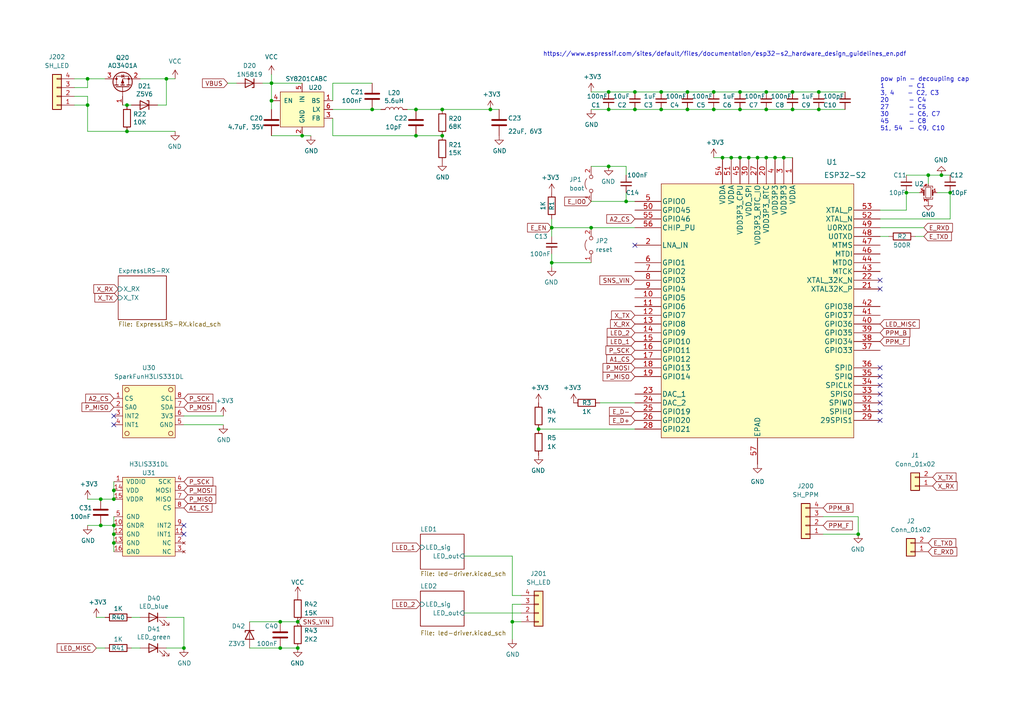
<source format=kicad_sch>
(kicad_sch (version 20211123) (generator eeschema)
  (paper "A4")
  (title_block (title "spin-tgd-control") (date "2022-05-12") (rev "V2.0.0") (company "Team Alfredo"))
  (junction (at 120.65 31.75))
  (junction (at 191.77 31.75))
  (junction (at 229.87 26.67))
  (junction (at 78.74 29.21))
  (junction (at 237.49 26.67))
  (junction (at 248.92 154.94))
  (junction (at 33.02 142.24))
  (junction (at 207.01 31.75))
  (junction (at 137.16 257.81))
  (junction (at 53.34 187.96))
  (junction (at 160.02 76.2))
  (junction (at 219.71 45.72))
  (junction (at 207.01 26.67))
  (junction (at 25.4 30.48))
  (junction (at 227.33 45.72))
  (junction (at 214.63 45.72))
  (junction (at 176.53 48.26))
  (junction (at 191.77 26.67))
  (junction (at 128.27 39.37))
  (junction (at 33.02 154.94))
  (junction (at 229.87 31.75))
  (junction (at 184.15 26.67))
  (junction (at 222.25 26.67))
  (junction (at 199.39 26.67))
  (junction (at 222.25 234.95))
  (junction (at 196.85 273.05))
  (junction (at 86.36 187.96))
  (junction (at 54.61 255.27))
  (junction (at 81.28 180.34))
  (junction (at 160.02 66.04))
  (junction (at 217.17 45.72))
  (junction (at 176.53 31.75))
  (junction (at 81.28 187.96))
  (junction (at 25.4 22.86))
  (junction (at 222.25 45.72))
  (junction (at 212.09 45.72))
  (junction (at 214.63 292.1))
  (junction (at 76.2 237.49))
  (junction (at 120.65 39.37))
  (junction (at 29.21 152.4))
  (junction (at 224.79 45.72))
  (junction (at 137.16 260.35))
  (junction (at 158.75 240.03))
  (junction (at 262.89 55.88))
  (junction (at 78.74 24.13))
  (junction (at 29.21 144.78))
  (junction (at 176.53 26.67))
  (junction (at 36.83 30.48))
  (junction (at 128.27 31.75))
  (junction (at 273.05 50.8))
  (junction (at 48.26 22.86))
  (junction (at 237.49 31.75))
  (junction (at 214.63 31.75))
  (junction (at 181.61 58.42))
  (junction (at 148.59 180.34))
  (junction (at 33.02 144.78))
  (junction (at 156.21 124.46))
  (junction (at 171.45 66.04))
  (junction (at 36.83 38.1))
  (junction (at 191.77 273.05))
  (junction (at 275.59 55.88))
  (junction (at 33.02 157.48))
  (junction (at 33.02 152.4))
  (junction (at 189.23 278.13))
  (junction (at 209.55 45.72))
  (junction (at 219.71 222.25))
  (junction (at 214.63 26.67))
  (junction (at 184.15 31.75))
  (junction (at 269.24 50.8))
  (junction (at 107.95 31.75))
  (junction (at 142.24 31.75))
  (junction (at 199.39 31.75))
  (junction (at 86.36 180.34))
  (junction (at 222.25 31.75))
  (junction (at 54.61 257.81))
  (junction (at 87.63 39.37))
  (no_connect (at 54.61 290.83))
  (no_connect (at 54.61 288.29))
  (no_connect (at 54.61 267.97))
  (no_connect (at 54.61 265.43))
  (no_connect (at 31.75 306.07))
  (no_connect (at 53.34 154.94))
  (no_connect (at 54.61 298.45))
  (no_connect (at 54.61 283.21))
  (no_connect (at 137.16 267.97))
  (no_connect (at 137.16 275.59))
  (no_connect (at 137.16 270.51))
  (no_connect (at 114.3 308.61))
  (no_connect (at 137.16 300.99))
  (no_connect (at 137.16 298.45))
  (no_connect (at 137.16 293.37))
  (no_connect (at 137.16 285.75))
  (no_connect (at 137.16 290.83))
  (no_connect (at 137.16 283.21))
  (no_connect (at 137.16 278.13))
  (no_connect (at 227.33 257.81))
  (no_connect (at 227.33 260.35))
  (no_connect (at 227.33 283.21))
  (no_connect (at 227.33 275.59))
  (no_connect (at 227.33 267.97))
  (no_connect (at 54.61 273.05))
  (no_connect (at 54.61 275.59))
  (no_connect (at 53.34 152.4))
  (no_connect (at 184.15 71.12))
  (no_connect (at 255.27 81.28))
  (no_connect (at 255.27 83.82))
  (no_connect (at 54.61 295.91))
  (no_connect (at 33.02 123.19))
  (no_connect (at 33.02 120.65))
  (no_connect (at 255.27 114.3))
  (no_connect (at 255.27 111.76))
  (no_connect (at 255.27 116.84))
  (no_connect (at 255.27 119.38))
  (no_connect (at 255.27 121.92))
  (no_connect (at 255.27 106.68))
  (no_connect (at 255.27 109.22))
  (no_connect (at 54.61 280.67))
  (wire (pts (xy 48.26 179.07) (xy 53.34 179.07)))
  (wire (pts (xy 48.26 22.86) (xy 50.8 22.86)))
  (wire (pts (xy 78.74 21.59) (xy 78.74 24.13)))
  (wire (pts (xy 160.02 76.2) (xy 160.02 73.66)))
  (wire (pts (xy 137.16 247.65) (xy 153.67 247.65)))
  (wire (pts (xy 25.4 30.48) (xy 25.4 38.1)))
  (wire (pts (xy 137.16 260.35) (xy 137.16 262.89)))
  (wire (pts (xy 128.27 31.75) (xy 142.24 31.75)))
  (wire (pts (xy 128.27 39.37) (xy 120.65 39.37)))
  (wire (pts (xy 243.84 227.33) (xy 222.25 227.33)))
  (wire (pts (xy 218.44 222.25) (xy 219.71 222.25)))
  (wire (pts (xy 248.92 149.86) (xy 248.92 154.94)))
  (wire (pts (xy 196.85 285.75) (xy 199.39 285.75)))
  (wire (pts (xy 222.25 45.72) (xy 224.79 45.72)))
  (wire (pts (xy 78.74 24.13) (xy 87.63 24.13)))
  (wire (pts (xy 199.39 26.67) (xy 207.01 26.67)))
  (wire (pts (xy 107.95 31.75) (xy 110.49 31.75)))
  (wire (pts (xy 153.67 240.03) (xy 158.75 240.03)))
  (wire (pts (xy 260.35 273.05) (xy 227.33 273.05)))
  (wire (pts (xy 275.59 63.5) (xy 255.27 63.5)))
  (wire (pts (xy 38.1 30.48) (xy 36.83 30.48)))
  (wire (pts (xy 269.24 53.34) (xy 269.24 50.8)))
  (wire (pts (xy 191.77 262.89) (xy 191.77 273.05)))
  (wire (pts (xy 148.59 180.34) (xy 151.13 180.34)))
  (wire (pts (xy 25.4 22.86) (xy 30.48 22.86)))
  (wire (pts (xy 68.58 24.13) (xy 66.04 24.13)))
  (wire (pts (xy 54.61 255.27) (xy 71.12 255.27)))
  (wire (pts (xy 275.59 55.88) (xy 271.78 55.88)))
  (wire (pts (xy 222.25 31.75) (xy 229.87 31.75)))
  (wire (pts (xy 212.09 292.1) (xy 214.63 292.1)))
  (wire (pts (xy 176.53 31.75) (xy 184.15 31.75)))
  (wire (pts (xy 81.28 245.11) (xy 81.28 247.65)))
  (wire (pts (xy 160.02 77.47) (xy 160.02 76.2)))
  (wire (pts (xy 76.2 237.49) (xy 81.28 237.49)))
  (wire (pts (xy 96.52 39.37) (xy 96.52 34.29)))
  (wire (pts (xy 275.59 50.8) (xy 273.05 50.8)))
  (wire (pts (xy 214.63 45.72) (xy 217.17 45.72)))
  (wire (pts (xy 160.02 66.04) (xy 171.45 66.04)))
  (wire (pts (xy 212.09 45.72) (xy 214.63 45.72)))
  (wire (pts (xy 219.71 222.25) (xy 223.52 222.25)))
  (wire (pts (xy 33.02 154.94) (xy 33.02 157.48)))
  (wire (pts (xy 30.48 179.07) (xy 27.94 179.07)))
  (wire (pts (xy 21.59 30.48) (xy 25.4 30.48)))
  (wire (pts (xy 45.72 30.48) (xy 48.26 30.48)))
  (wire (pts (xy 53.34 123.19) (xy 64.77 123.19)))
  (wire (pts (xy 71.12 237.49) (xy 76.2 237.49)))
  (wire (pts (xy 148.59 185.42) (xy 148.59 180.34)))
  (wire (pts (xy 148.59 172.72) (xy 148.59 161.29)))
  (wire (pts (xy 207.01 31.75) (xy 214.63 31.75)))
  (wire (pts (xy 33.02 142.24) (xy 33.02 139.7)))
  (wire (pts (xy 227.33 45.72) (xy 229.87 45.72)))
  (wire (pts (xy 260.35 285.75) (xy 227.33 285.75)))
  (wire (pts (xy 189.23 278.13) (xy 196.85 278.13)))
  (wire (pts (xy 184.15 26.67) (xy 191.77 26.67)))
  (wire (pts (xy 151.13 175.26) (xy 148.59 175.26)))
  (wire (pts (xy 207.01 45.72) (xy 209.55 45.72)))
  (wire (pts (xy 25.4 144.78) (xy 29.21 144.78)))
  (wire (pts (xy 33.02 144.78) (xy 33.02 142.24)))
  (wire (pts (xy 227.33 280.67) (xy 260.35 280.67)))
  (wire (pts (xy 48.26 22.86) (xy 40.64 22.86)))
  (wire (pts (xy 171.45 76.2) (xy 160.02 76.2)))
  (wire (pts (xy 262.89 55.88) (xy 262.89 60.96)))
  (wire (pts (xy 227.33 265.43) (xy 252.73 265.43)))
  (wire (pts (xy 231.14 234.95) (xy 236.22 234.95)))
  (wire (pts (xy 163.83 247.65) (xy 163.83 250.19)))
  (wire (pts (xy 158.75 240.03) (xy 163.83 240.03)))
  (wire (pts (xy 273.05 50.8) (xy 269.24 50.8)))
  (wire (pts (xy 78.74 31.75) (xy 78.74 29.21)))
  (wire (pts (xy 29.21 144.78) (xy 33.02 144.78)))
  (wire (pts (xy 81.28 187.96) (xy 86.36 187.96)))
  (wire (pts (xy 76.2 24.13) (xy 78.74 24.13)))
  (wire (pts (xy 54.61 245.11) (xy 71.12 245.11)))
  (wire (pts (xy 219.71 45.72) (xy 222.25 45.72)))
  (wire (pts (xy 171.45 48.26) (xy 176.53 48.26)))
  (wire (pts (xy 260.35 262.89) (xy 265.43 262.89)))
  (wire (pts (xy 81.28 180.34) (xy 86.36 180.34)))
  (wire (pts (xy 214.63 26.67) (xy 222.25 26.67)))
  (wire (pts (xy 231.14 222.25) (xy 236.22 222.25)))
  (wire (pts (xy 243.84 217.17) (xy 252.73 217.17)))
  (wire (pts (xy 72.39 187.96) (xy 81.28 187.96)))
  (wire (pts (xy 53.34 179.07) (xy 53.34 187.96)))
  (wire (pts (xy 217.17 45.72) (xy 219.71 45.72)))
  (wire (pts (xy 218.44 234.95) (xy 222.25 234.95)))
  (wire (pts (xy 134.62 177.8) (xy 151.13 177.8)))
  (wire (pts (xy 199.39 31.75) (xy 207.01 31.75)))
  (wire (pts (xy 33.02 157.48) (xy 33.02 160.02)))
  (wire (pts (xy 243.84 240.03) (xy 252.73 240.03)))
  (wire (pts (xy 96.52 31.75) (xy 107.95 31.75)))
  (wire (pts (xy 137.16 257.81) (xy 199.39 257.81)))
  (wire (pts (xy 186.69 278.13) (xy 189.23 278.13)))
  (wire (pts (xy 219.71 229.87) (xy 219.71 222.25)))
  (wire (pts (xy 21.59 25.4) (xy 25.4 25.4)))
  (wire (pts (xy 176.53 48.26) (xy 181.61 48.26)))
  (wire (pts (xy 222.25 234.95) (xy 223.52 234.95)))
  (wire (pts (xy 160.02 63.5) (xy 160.02 66.04)))
  (wire (pts (xy 265.43 265.43) (xy 260.35 265.43)))
  (wire (pts (xy 199.39 262.89) (xy 191.77 262.89)))
  (wire (pts (xy 191.77 31.75) (xy 199.39 31.75)))
  (wire (pts (xy 171.45 26.67) (xy 176.53 26.67)))
  (wire (pts (xy 54.61 257.81) (xy 54.61 260.35)))
  (wire (pts (xy 262.89 60.96) (xy 255.27 60.96)))
  (wire (pts (xy 173.99 116.84) (xy 184.15 116.84)))
  (wire (pts (xy 181.61 55.88) (xy 181.61 58.42)))
  (wire (pts (xy 160.02 68.58) (xy 160.02 66.04)))
  (wire (pts (xy 78.74 29.21) (xy 78.74 24.13)))
  (wire (pts (xy 25.4 27.94) (xy 25.4 30.48)))
  (wire (pts (xy 148.59 175.26) (xy 148.59 180.34)))
  (wire (pts (xy 48.26 187.96) (xy 53.34 187.96)))
  (wire (pts (xy 257.81 68.58) (xy 255.27 68.58)))
  (wire (pts (xy 21.59 27.94) (xy 25.4 27.94)))
  (wire (pts (xy 137.16 250.19) (xy 163.83 250.19)))
  (wire (pts (xy 21.59 22.86) (xy 25.4 22.86)))
  (wire (pts (xy 87.63 39.37) (xy 90.17 39.37)))
  (wire (pts (xy 243.84 229.87) (xy 219.71 229.87)))
  (wire (pts (xy 199.39 273.05) (xy 196.85 273.05)))
  (wire (pts (xy 266.7 55.88) (xy 262.89 55.88)))
  (wire (pts (xy 33.02 149.86) (xy 33.02 152.4)))
  (wire (pts (xy 229.87 31.75) (xy 237.49 31.75)))
  (wire (pts (xy 237.49 26.67) (xy 245.11 26.67)))
  (wire (pts (xy 54.61 252.73) (xy 54.61 255.27)))
  (wire (pts (xy 54.61 240.03) (xy 57.15 240.03)))
  (wire (pts (xy 72.39 180.34) (xy 81.28 180.34)))
  (wire (pts (xy 237.49 31.75) (xy 245.11 31.75)))
  (wire (pts (xy 181.61 48.26) (xy 181.61 50.8)))
  (wire (pts (xy 207.01 26.67) (xy 214.63 26.67)))
  (wire (pts (xy 54.61 247.65) (xy 81.28 247.65)))
  (wire (pts (xy 214.63 292.1) (xy 217.17 292.1)))
  (wire (pts (xy 36.83 38.1) (xy 50.8 38.1)))
  (wire (pts (xy 137.16 255.27) (xy 137.16 257.81)))
  (wire (pts (xy 118.11 31.75) (xy 120.65 31.75)))
  (wire (pts (xy 275.59 63.5) (xy 275.59 55.88)))
  (wire (pts (xy 267.97 68.58) (xy 265.43 68.58)))
  (wire (pts (xy 120.65 31.75) (xy 128.27 31.75)))
  (wire (pts (xy 222.25 227.33) (xy 222.25 234.95)))
  (wire (pts (xy 227.33 262.89) (xy 252.73 262.89)))
  (wire (pts (xy 227.33 278.13) (xy 260.35 278.13)))
  (wire (pts (xy 36.83 30.48) (xy 35.56 30.48)))
  (wire (pts (xy 156.21 124.46) (xy 184.15 124.46)))
  (wire (pts (xy 151.13 172.72) (xy 148.59 172.72)))
  (wire (pts (xy 171.45 66.04) (xy 184.15 66.04)))
  (wire (pts (xy 229.87 26.67) (xy 237.49 26.67)))
  (wire (pts (xy 40.64 179.07) (xy 38.1 179.07)))
  (wire (pts (xy 191.77 273.05) (xy 189.23 273.05)))
  (wire (pts (xy 142.24 31.75) (xy 144.78 31.75)))
  (wire (pts (xy 191.77 26.67) (xy 199.39 26.67)))
  (wire (pts (xy 29.21 152.4) (xy 33.02 152.4)))
  (wire (pts (xy 181.61 58.42) (xy 184.15 58.42)))
  (wire (pts (xy 137.16 260.35) (xy 199.39 260.35)))
  (wire (pts (xy 148.59 161.29) (xy 134.62 161.29)))
  (wire (pts (xy 54.61 257.81) (xy 71.12 257.81)))
  (wire (pts (xy 25.4 38.1) (xy 36.83 38.1)))
  (wire (pts (xy 171.45 31.75) (xy 176.53 31.75)))
  (wire (pts (xy 176.53 26.67) (xy 184.15 26.67)))
  (wire (pts (xy 33.02 152.4) (xy 33.02 154.94)))
  (wire (pts (xy 25.4 152.4) (xy 29.21 152.4)))
  (wire (pts (xy 214.63 31.75) (xy 222.25 31.75)))
  (wire (pts (xy 78.74 39.37) (xy 87.63 39.37)))
  (wire (pts (xy 53.34 120.65) (xy 64.77 120.65)))
  (wire (pts (xy 96.52 29.21) (xy 96.52 24.13)))
  (wire (pts (xy 96.52 24.13) (xy 107.95 24.13)))
  (wire (pts (xy 267.97 66.04) (xy 255.27 66.04)))
  (wire (pts (xy 209.55 45.72) (xy 212.09 45.72)))
  (wire (pts (xy 171.45 58.42) (xy 181.61 58.42)))
  (wire (pts (xy 224.79 45.72) (xy 227.33 45.72)))
  (wire (pts (xy 137.16 242.57) (xy 139.7 242.57)))
  (wire (pts (xy 30.48 187.96) (xy 27.94 187.96)))
  (wire (pts (xy 269.24 50.8) (xy 262.89 50.8)))
  (wire (pts (xy 120.65 39.37) (xy 96.52 39.37)))
  (wire (pts (xy 184.15 31.75) (xy 191.77 31.75)))
  (wire (pts (xy 48.26 22.86) (xy 48.26 30.48)))
  (wire (pts (xy 222.25 26.67) (xy 229.87 26.67)))
  (wire (pts (xy 40.64 187.96) (xy 38.1 187.96)))
  (wire (pts (xy 248.92 154.94) (xy 238.76 154.94)))
  (wire (pts (xy 238.76 149.86) (xy 248.92 149.86)))
  (wire (pts (xy 196.85 273.05) (xy 191.77 273.05)))
  (wire (pts (xy 25.4 25.4) (xy 25.4 22.86)))
  (text "https://www.espressif.com/sites/default/files/documentation/esp32-s2_hardware_design_guidelines_en.pdf\n" (at 157.48 16.51 0) (effects (font (size 1.27 1.27)) (justify left bottom)))
  (text "what mcu? (clk speed/upload ease/arduino/JLC)\n	STM32 (use STM32 with mircousb for prog/debug, use boot button to prog)\n	ESP32\n	Atmega328\n	RP2040\n	mega328U4\npicked ESP32" (at 176.53 -20.32 0) (effects (font (size 2.54 2.54)) (justify left bottom)))
  (text "TODO:\nBy H3LIS accelerometers\nOrder H3LIS accelerometers for global parts storage\n\nEventual:\nremove redundant parts\nESP8285 wifi antenna?\n\nDone:\nSR/SZ -> 1mm JST SH\nWhat programming interface/connector?\nhow to do LEDs?\nsupport 6s (26V)\n\"stiff\" 1K pull resistors mando for RF resilance\nsmaller XOs\nreverse polarity protection?\nroute board\nSelect all JLC components\n\n" (at 62.23 -15.24 0) (effects (font (size 2.54 2.54)) (justify left bottom)))
  (text "1-19 E - ESP32-S2\n20-29 3.3V regulator\n30-49 LEDs/sensing/Accelerometer\n50-59 USB\n60-89 X - ExpressLRS" (at -29.21 -15.24 0) (effects (font (size 2.54 2.54)) (justify left bottom)))
  (text "pow pin - decoupling cap\n1       - C1\n3, 4    - C2, C3\n20      - C4\n27      - C5\n30      - C6, C7\n45      - C8\n51, 54  - C9, C10" (at 255.27 38.1 0) (effects (font (size 1.27 1.27)) (justify left bottom)))
  (global_label "X_RX" (shape input) (at 270.51 140.97 0) (property "Intersheet References" "${INTERSHEET_REFS}" (effects hide)))
  (global_label "VBUS" (shape input) (at 139.7 242.57 0) (property "Intersheet References" "${INTERSHEET_REFS}" (effects hide)))
  (global_label "X_TX" (shape input) (at 184.15 91.44 180) (property "Intersheet References" "${INTERSHEET_REFS}" (effects hide)))
  (global_label "VBUS" (shape input) (at 66.04 24.13 180) (property "Intersheet References" "${INTERSHEET_REFS}" (effects hide)))
  (global_label "X_TX" (shape input) (at 270.51 138.43 0) (property "Intersheet References" "${INTERSHEET_REFS}" (effects hide)))
  (global_label "E_IO0" (shape input) (at 171.45 58.42 180) (property "Intersheet References" "${INTERSHEET_REFS}" (effects hide)))
  (global_label "CP_RTS" (shape input) (at 218.44 234.95 180) (property "Intersheet References" "${INTERSHEET_REFS}" (effects hide)))
  (global_label "A2_CS" (shape input) (at 184.15 63.5 180) (property "Intersheet References" "${INTERSHEET_REFS}" (effects hide)))
  (global_label "A1_CS" (shape input) (at 184.15 104.14 180) (property "Intersheet References" "${INTERSHEET_REFS}" (effects hide)))
  (global_label "PPM_B" (shape input) (at 238.76 147.32 0) (property "Intersheet References" "${INTERSHEET_REFS}" (effects hide)))
  (global_label "E_TXD" (shape input) (at 267.97 68.58 0) (property "Intersheet References" "${INTERSHEET_REFS}" (effects hide)))
  (global_label "LED_MISC" (shape input) (at 255.27 93.98 0) (property "Intersheet References" "${INTERSHEET_REFS}" (effects hide)))
  (global_label "CP_DTR" (shape input) (at 218.44 222.25 180) (property "Intersheet References" "${INTERSHEET_REFS}" (effects hide)))
  (global_label "E_IO0" (shape input) (at 252.73 240.03 0) (property "Intersheet References" "${INTERSHEET_REFS}" (effects hide)))
  (global_label "P_SCK" (shape input) (at 53.34 139.7 0) (property "Intersheet References" "${INTERSHEET_REFS}" (effects hide)))
  (global_label "P_MOSI" (shape input) (at 184.15 106.68 180) (property "Intersheet References" "${INTERSHEET_REFS}" (effects hide)))
  (global_label "LED_2" (shape input) (at 184.15 96.52 180) (property "Intersheet References" "${INTERSHEET_REFS}" (effects hide)))
  (global_label "VBUS" (shape input) (at 191.77 266.7 180) (property "Intersheet References" "${INTERSHEET_REFS}" (effects hide)))
  (global_label "PPM_B" (shape input) (at 255.27 96.52 0) (property "Intersheet References" "${INTERSHEET_REFS}" (effects hide)))
  (global_label "E_D-" (shape input) (at 184.15 119.38 180) (property "Intersheet References" "${INTERSHEET_REFS}" (effects hide)))
  (global_label "CP_DTR" (shape input) (at 260.35 285.75 0) (property "Intersheet References" "${INTERSHEET_REFS}" (effects hide)))
  (global_label "LED_MISC" (shape input) (at 27.94 187.96 180) (property "Intersheet References" "${INTERSHEET_REFS}" (effects hide)))
  (global_label "LED_2" (shape input) (at 121.92 175.26 180) (property "Intersheet References" "${INTERSHEET_REFS}" (effects hide)))
  (global_label "P_SCK" (shape input) (at 53.34 115.57 0) (property "Intersheet References" "${INTERSHEET_REFS}" (effects hide)))
  (global_label "VBUS" (shape input) (at 57.15 240.03 0) (property "Intersheet References" "${INTERSHEET_REFS}" (effects hide)))
  (global_label "X_TX" (shape input) (at 34.29 86.36 180) (property "Intersheet References" "${INTERSHEET_REFS}" (effects hide)))
  (global_label "SNS_VIN" (shape input) (at 184.15 81.28 180) (property "Intersheet References" "${INTERSHEET_REFS}" (effects hide)))
  (global_label "P_MOSI" (shape input) (at 53.34 118.11 0) (property "Intersheet References" "${INTERSHEET_REFS}" (effects hide)))
  (global_label "E_D+" (shape input) (at 71.12 257.81 0) (property "Intersheet References" "${INTERSHEET_REFS}" (effects hide)))
  (global_label "E_RXD" (shape input) (at 269.24 160.02 0) (property "Intersheet References" "${INTERSHEET_REFS}" (effects hide)))
  (global_label "A1_CS" (shape input) (at 53.34 147.32 0) (property "Intersheet References" "${INTERSHEET_REFS}" (effects hide)))
  (global_label "X_RX" (shape input) (at 34.29 83.82 180) (property "Intersheet References" "${INTERSHEET_REFS}" (effects hide)))
  (global_label "P_MISO" (shape input) (at 184.15 109.22 180) (property "Intersheet References" "${INTERSHEET_REFS}" (effects hide)))
  (global_label "LED_1" (shape input) (at 121.92 158.75 180) (property "Intersheet References" "${INTERSHEET_REFS}" (effects hide)))
  (global_label "E_D+" (shape input) (at 184.15 121.92 180) (property "Intersheet References" "${INTERSHEET_REFS}" (effects hide)))
  (global_label "E_D-" (shape input) (at 71.12 255.27 0) (property "Intersheet References" "${INTERSHEET_REFS}" (effects hide)))
  (global_label "E_TXD" (shape input) (at 260.35 280.67 0) (property "Intersheet References" "${INTERSHEET_REFS}" (effects hide)))
  (global_label "PPM_F" (shape input) (at 238.76 152.4 0) (property "Intersheet References" "${INTERSHEET_REFS}" (effects hide)))
  (global_label "P_MOSI" (shape input) (at 53.34 142.24 0) (property "Intersheet References" "${INTERSHEET_REFS}" (effects hide)))
  (global_label "E_RXD" (shape input) (at 260.35 278.13 0) (property "Intersheet References" "${INTERSHEET_REFS}" (effects hide)))
  (global_label "P_MISO" (shape input) (at 53.34 144.78 0) (property "Intersheet References" "${INTERSHEET_REFS}" (effects hide)))
  (global_label "P_MISO" (shape input) (at 33.02 118.11 180) (property "Intersheet References" "${INTERSHEET_REFS}" (effects hide)))
  (global_label "E_EN" (shape input) (at 160.02 66.04 180) (property "Intersheet References" "${INTERSHEET_REFS}" (effects hide)))
  (global_label "E_TXD" (shape input) (at 269.24 157.48 0) (property "Intersheet References" "${INTERSHEET_REFS}" (effects hide)))
  (global_label "PPM_F" (shape input) (at 255.27 99.06 0) (property "Intersheet References" "${INTERSHEET_REFS}" (effects hide)))
  (global_label "X_RX" (shape input) (at 184.15 93.98 180) (property "Intersheet References" "${INTERSHEET_REFS}" (effects hide)))
  (global_label "P_SCK" (shape input) (at 184.15 101.6 180) (property "Intersheet References" "${INTERSHEET_REFS}" (effects hide)))
  (global_label "A2_CS" (shape input) (at 33.02 115.57 180) (property "Intersheet References" "${INTERSHEET_REFS}" (effects hide)))
  (global_label "SNS_VIN" (shape input) (at 86.36 180.34 0) (property "Intersheet References" "${INTERSHEET_REFS}" (effects hide)))
  (global_label "CP_RTS" (shape input) (at 260.35 273.05 0) (property "Intersheet References" "${INTERSHEET_REFS}" (effects hide)))
  (global_label "E_EN" (shape input) (at 252.73 217.17 0) (property "Intersheet References" "${INTERSHEET_REFS}" (effects hide)))
  (global_label "E_RXD" (shape input) (at 267.97 66.04 0) (property "Intersheet References" "${INTERSHEET_REFS}" (effects hide)))
  (global_label "LED_1" (shape input) (at 184.15 99.06 180) (property "Intersheet References" "${INTERSHEET_REFS}" (effects hide)))
  (symbol (lib_id "power:+3V3") (at 64.77 120.65 0) (unit 1)
    (property "Reference" "#PWR0106" (effects hide))
    (property "Value" "+3V3" (at 65.151 116.2558 0))
  )
  (symbol (lib_id "power:GND") (at 64.77 123.19 0) (unit 1)
    (property "Reference" "#PWR0107" (effects hide))
    (property "Value" "GND" (at 64.897 127.5842 0))
  )
  (symbol (lib_id "TGD:SY8253ADC") (at 87.63 31.75 0) (unit 1)
    (property "Reference" "U20" (at 91.44 25.4 0))
    (property "Value" "SY8201CABC" (at 88.9 22.86 0))
    (property "Footprint" "Package_TO_SOT_SMD:TSOT-23-6" (effects hide))
    (property "Datasheet" "https://lcsc.com/product-detail/DC-DC-Converters_Silergy-Corp-Silergy-Corp-SY8201CABC_C2763455.html" (effects hide))
    (property "LCSC" "C2763455" (effects hide))
  )
  (symbol (lib_id "Device:C") (at 78.74 35.56 0) (mirror y) (unit 1)
    (property "Reference" "C20" (at 72.39 34.29 0) (effects (justify right)))
    (property "Value" "4.7uF, 35V" (at 66.04 36.83 0) (effects (justify right)))
    (property "Footprint" "Capacitor_SMD:C_0603_1608Metric" (effects hide))
    (property "Datasheet" "https://lcsc.com/product-detail/Multilayer-Ceramic-Capacitors-MLCC---SMD-SMT_Murata-Electronics-Murata-Electronics-GRM188R6YA475KE15D_C162274.html" (effects hide))
    (property "LCSC" "C162274" (effects hide))
  )
  (symbol (lib_id "power:GND") (at 90.17 39.37 0) (unit 1)
    (property "Reference" "#PWR0108" (effects hide))
    (property "Value" "GND" (at 90.297 43.7642 0))
  )
  (symbol (lib_id "Device:L") (at 114.3 31.75 90) (unit 1)
    (property "Reference" "L20" (at 114.3 26.924 90))
    (property "Value" "5.6uH" (at 114.3 29.2354 90))
    (property "Footprint" "AlfredoFootprints:LVF252A12" (effects hide))
    (property "Datasheet" "https://lcsc.com/product-detail/Power-Inductors_Chilisin-Elec-Chilisin-Elec-LVF252A12-5R6M-N_C280501.html" (effects hide))
    (property "LCSC" "C280501" (effects hide))
  )
  (symbol (lib_id "Device:C") (at 107.95 27.94 0) (mirror y) (unit 1)
    (property "Reference" "C21" (at 101.6 26.67 0) (effects (justify right)))
    (property "Value" "100nF" (at 99.06 29.21 0) (effects (justify right)))
    (property "Footprint" "Capacitor_SMD:C_0402_1005Metric" (effects hide))
    (property "Datasheet" "https://lcsc.com/product-detail/Multilayer-Ceramic-Capacitors-MLCC---SMD-SMT_Samsung-Electro-Mechanics-Samsung-Electro-Mechanics-CL05B104KB54PNC_C307331.html" (effects hide))
    (property "LCSC" "C307331" (effects hide))
  )
  (symbol (lib_id "Device:C") (at 120.65 35.56 0) (mirror y) (unit 1)
    (property "Reference" "C22" (at 114.3 34.29 0) (effects (justify right)))
    (property "Value" "10pF" (at 111.76 36.83 0) (effects (justify right)))
    (property "Footprint" "Capacitor_SMD:C_0402_1005Metric" (effects hide))
    (property "Datasheet" "https://lcsc.com/product-detail/Multilayer-Ceramic-Capacitors-MLCC---SMD-SMT_Samsung-Electro-Mechanics-Samsung-Electro-Mechanics-CL05C100JB5NNNC_C32949.html" (effects hide))
    (property "LCSC" "C32949" (effects hide))
  )
  (symbol (lib_id "Device:R") (at 128.27 35.56 0) (unit 1)
    (property "Reference" "R20" (at 130.048 34.3916 0) (effects (justify left)))
    (property "Value" "68K" (at 130.048 36.703 0) (effects (justify left)))
    (property "Footprint" "Resistor_SMD:R_0402_1005Metric" (effects hide))
    (property "Datasheet" "https://lcsc.com/product-detail/Chip-Resistor---Surface-Mount_UNI-ROYALUniroyal-Elec-UNI-ROYALUniroyal-Elec-0402WGF6802TCE_C36871.html" (effects hide))
    (property "LCSC" "C36871" (effects hide))
  )
  (symbol (lib_id "power:GND") (at 128.27 46.99 0) (unit 1)
    (property "Reference" "#PWR0109" (effects hide))
    (property "Value" "GND" (at 128.397 51.3842 0))
  )
  (symbol (lib_id "Device:C") (at 144.78 35.56 0) (mirror y) (unit 1)
    (property "Reference" "C23" (at 147.32 34.29 0) (effects (justify right)))
    (property "Value" "22uF, 6V3" (at 147.32 38.1 0) (effects (justify right)))
    (property "Footprint" "Capacitor_SMD:C_0402_1005Metric" (effects hide))
    (property "Datasheet" "https://lcsc.com/product-detail/Multilayer-Ceramic-Capacitors-MLCC---SMD-SMT_Kyocera-AVX-Kyocera-AVX-CM05X5R226M06AH080_C919306.html" (effects hide))
    (property "LCSC" "C919306" (effects hide))
  )
  (symbol (lib_id "power:GND") (at 144.78 39.37 0) (unit 1)
    (property "Reference" "#PWR0110" (effects hide))
    (property "Value" "GND" (at 144.907 43.7642 0))
  )
  (symbol (lib_id "power:+3V3") (at 142.24 31.75 0) (unit 1)
    (property "Reference" "#PWR0111" (effects hide))
    (property "Value" "+3V3" (at 142.621 27.3558 0))
  )
  (symbol (lib_id "TGD:H3LIS331DL") (at 43.18 149.86 0) (unit 1)
    (property "Reference" "U31" (at 43.18 137.16 0))
    (property "Value" "H3LIS331DL" (at 43.18 134.62 0))
    (property "Footprint" "AlfredoFootprints:TGD-TFLGA-16_3x3mm" (effects hide))
  )
  (symbol (lib_id "Device:C_Small") (at 189.23 275.59 0) (mirror x) (unit 1)
    (property "Reference" "C51" (at 184.15 276.86 0) (effects (justify left)))
    (property "Value" "100nF" (at 182.88 274.32 0) (effects (justify left)))
    (property "Footprint" "Capacitor_SMD:C_0402_1005Metric" (effects hide))
    (property "Datasheet" "https://lcsc.com/product-detail/Multilayer-Ceramic-Capacitors-MLCC---SMD-SMT_Samsung-Electro-Mechanics-Samsung-Electro-Mechanics-CL05B104KB54PNC_C307331.html" (effects hide))
    (property "LCSC" "C307331" (effects hide))
  )
  (symbol (lib_id "Device:C") (at 29.21 148.59 0) (mirror y) (unit 1)
    (property "Reference" "C31" (at 22.86 147.32 0) (effects (justify right)))
    (property "Value" "100nF" (at 20.32 149.86 0) (effects (justify right)))
    (property "Footprint" "Capacitor_SMD:C_0402_1005Metric" (effects hide))
    (property "Datasheet" "https://lcsc.com/product-detail/Multilayer-Ceramic-Capacitors-MLCC---SMD-SMT_Samsung-Electro-Mechanics-Samsung-Electro-Mechanics-CL05B104KB54PNC_C307331.html" (effects hide))
    (property "LCSC" "C307331" (effects hide))
  )
  (symbol (lib_id "power:GND") (at 148.59 185.42 0) (unit 1)
    (property "Reference" "#PWR0105" (effects hide))
    (property "Value" "GND" (at 148.717 189.8142 0))
  )
  (symbol (lib_id "Device:Q_NPN_BEC") (at 241.3 234.95 0) (mirror x) (unit 1)
    (property "Reference" "Q51" (at 246.38 233.6799 0) (effects (justify left)))
    (property "Value" "SS8050" (at 246.38 236.2199 0) (effects (justify left)))
    (property "Footprint" "Package_TO_SOT_SMD:SOT-23" (effects hide))
    (property "Datasheet" "https://lcsc.com/product-detail/Bipolar-Transistors-BJT_Jiangsu-Changjing-Electronics-Technology-Co-Ltd-SS8050_C2150.html" (effects hide))
    (property "LCSC" "C2150" (effects hide))
  )
  (symbol (lib_id "Device:R") (at 81.28 241.3 0) (unit 1)
    (property "Reference" "R57" (at 85.09 240.03 0))
    (property "Value" "5.1K" (at 85.09 242.57 0))
    (property "Footprint" "Resistor_SMD:R_0402_1005Metric" (effects hide))
    (property "Datasheet" "https://lcsc.com/product-detail/Chip-Resistor---Surface-Mount_UNI-ROYALUniroyal-Elec-UNI-ROYALUniroyal-Elec-0402WGF5101TCE_C25905.html" (effects hide))
    (property "LCSC" "C25905" (effects hide))
  )
  (symbol (lib_id "power:GND") (at 248.92 154.94 0) (mirror y) (unit 1)
    (property "Reference" "#PWR0150" (effects hide))
    (property "Value" "GND" (at 248.793 159.3342 0))
  )
  (symbol (lib_id "power:GND") (at 171.45 31.75 0) (unit 1)
    (property "Reference" "#PWR0144" (effects hide))
    (property "Value" "GND" (at 171.577 36.1442 0))
  )
  (symbol (lib_id "Device:R") (at 160.02 59.69 180) (unit 1)
    (property "Reference" "R1" (at 160.02 59.69 90))
    (property "Value" "1K" (at 157.48 59.69 90))
    (property "Footprint" "Resistor_SMD:R_0402_1005Metric" (effects hide))
    (property "Datasheet" "https://lcsc.com/product-detail/Chip-Resistor---Surface-Mount_UNI-ROYALUniroyal-Elec-UNI-ROYALUniroyal-Elec-0402WGF1001TCE_C11702.html" (effects hide))
    (property "LCSC" "C11702" (effects hide))
  )
  (symbol (lib_id "Device:C_Small") (at 160.02 71.12 0) (unit 1)
    (property "Reference" "C13" (at 154.94 68.58 0) (effects (justify left)))
    (property "Value" "100nF" (at 153.67 73.66 0) (effects (justify left)))
    (property "Footprint" "Capacitor_SMD:C_0402_1005Metric" (effects hide))
    (property "Datasheet" "https://lcsc.com/product-detail/Multilayer-Ceramic-Capacitors-MLCC---SMD-SMT_Samsung-Electro-Mechanics-Samsung-Electro-Mechanics-CL05B104KB54PNC_C307331.html" (effects hide))
    (property "LCSC" "C307331" (effects hide))
  )
  (symbol (lib_id "Device:R") (at 163.83 243.84 0) (unit 1)
    (property "Reference" "R55" (at 167.64 242.57 0))
    (property "Value" "5.1K" (at 167.64 245.11 0))
    (property "Footprint" "Resistor_SMD:R_0402_1005Metric" (effects hide))
    (property "Datasheet" "https://lcsc.com/product-detail/Chip-Resistor---Surface-Mount_UNI-ROYALUniroyal-Elec-UNI-ROYALUniroyal-Elec-0402WGF5101TCE_C25905.html" (effects hide))
    (property "LCSC" "C25905" (effects hide))
  )
  (symbol (lib_id "Transistor_FET:AO3401A") (at 35.56 25.4 90) (unit 1)
    (property "Reference" "Q20" (at 35.56 16.7132 90))
    (property "Value" "AO3401A" (at 35.56 19.0246 90))
    (property "Footprint" "Package_TO_SOT_SMD:SOT-23" (effects hide))
    (property "Datasheet" "https://lcsc.com/product-detail/MOSFET_Alpha-Omega-Semicon-AO3401A_C15127.html" (effects hide))
    (property "LCSC" "C15127" (effects hide))
  )
  (symbol (lib_id "Device:C_Small") (at 229.87 29.21 0) (mirror x) (unit 1)
    (property "Reference" "C8" (at 224.79 30.48 0) (effects (justify left)))
    (property "Value" "100nF" (at 223.52 27.94 0) (effects (justify left)))
    (property "Footprint" "Capacitor_SMD:C_0402_1005Metric" (effects hide))
    (property "Datasheet" "https://lcsc.com/product-detail/Multilayer-Ceramic-Capacitors-MLCC---SMD-SMT_Samsung-Electro-Mechanics-Samsung-Electro-Mechanics-CL05B104KB54PNC_C307331.html" (effects hide))
    (property "LCSC" "C307331" (effects hide))
  )
  (symbol (lib_id "Device:C_Small") (at 184.15 29.21 0) (mirror x) (unit 1)
    (property "Reference" "C2" (at 179.07 30.48 0) (effects (justify left)))
    (property "Value" "10uF" (at 177.8 27.94 0) (effects (justify left)))
    (property "Footprint" "Capacitor_SMD:C_0402_1005Metric" (effects hide))
    (property "Datasheet" "https://lcsc.com/product-detail/Multilayer-Ceramic-Capacitors-MLCC---SMD-SMT_Samsung-Electro-Mechanics-Samsung-Electro-Mechanics-CL05A106MQ5NUNC_C15525.html" (effects hide))
    (property "LCSC" "C15525" (effects hide))
  )
  (symbol (lib_id "Device:C_Small") (at 245.11 29.21 0) (mirror x) (unit 1)
    (property "Reference" "C10" (at 238.76 30.48 0) (effects (justify left)))
    (property "Value" "100pF" (at 238.76 27.94 0) (effects (justify left)))
    (property "Footprint" "Capacitor_SMD:C_0402_1005Metric" (effects hide))
    (property "Datasheet" "https://lcsc.com/product-detail/Multilayer-Ceramic-Capacitors-MLCC---SMD-SMT_FH-Guangdong-Fenghua-Advanced-Tech-FH-Guangdong-Fenghua-Advanced-Tech-0402CG101J500NT_C1546.html" (effects hide))
    (property "LCSC" "C1546" (effects hide))
  )
  (symbol (lib_id "Jumper:Jumper_2_Open") (at 171.45 71.12 90) (unit 1)
    (property "Reference" "JP2" (at 172.72 69.8499 90) (effects (justify right)))
    (property "Value" "reset" (at 172.72 72.3899 90) (effects (justify right)))
    (property "Footprint" "AlfredoFootprints:TGD_SolderJumper" (effects hide))
  )
  (symbol (lib_id "power:GND") (at 265.43 265.43 0) (unit 1)
    (property "Reference" "#PWR0143" (effects hide))
    (property "Value" "GND" (at 265.557 269.8242 0))
  )
  (symbol (lib_id "Connector_Generic:Conn_01x02") (at 265.43 140.97 180) (unit 1)
    (property "Reference" "J1" (at 265.43 132.08 0))
    (property "Value" "Conn_01x02" (at 265.43 134.62 0))
    (property "Footprint" "Connector_PinHeader_2.54mm:PinHeader_1x02_P2.54mm_Vertical" (effects hide))
  )
  (symbol (lib_id "power:GND") (at 219.71 134.62 0) (unit 1)
    (property "Reference" "#PWR0103" (effects hide))
    (property "Value" "GND" (at 219.71 139.7 0))
  )
  (symbol (lib_id "power:+3V3") (at 160.02 55.88 0) (mirror y) (unit 1)
    (property "Reference" "#PWR0159" (effects hide))
    (property "Value" "+3V3" (at 159.639 51.4858 0))
  )
  (symbol (lib_id "Device:R") (at 261.62 68.58 270) (unit 1)
    (property "Reference" "R2" (at 261.62 68.58 90))
    (property "Value" "500R" (at 261.62 71.12 90))
    (property "Footprint" "Resistor_SMD:R_0402_1005Metric" (effects hide))
    (property "Datasheet" "https://lcsc.com/product-detail/Chip-Resistor---Surface-Mount_UNI-ROYALUniroyal-Elec-UNI-ROYALUniroyal-Elec-0402WGF5100TCE_C25123.html" (effects hide))
    (property "LCSC" "C25123" (effects hide))
  )
  (symbol (lib_id "power:VCC") (at 78.74 21.59 0) (unit 1)
    (property "Reference" "#PWR0104" (effects hide))
    (property "Value" "VCC" (at 78.74 16.51 0))
  )
  (symbol (lib_id "power:GND") (at 121.92 308.61 0) (unit 1)
    (property "Reference" "#PWR0163" (effects hide))
    (property "Value" "GND" (at 122.047 313.0042 0))
  )
  (symbol (lib_id "Device:C_Small") (at 196.85 275.59 0) (mirror x) (unit 1)
    (property "Reference" "C52" (at 191.77 276.86 0) (effects (justify left)))
    (property "Value" "10uF" (at 190.5 274.32 0) (effects (justify left)))
    (property "Footprint" "Capacitor_SMD:C_0402_1005Metric" (effects hide))
    (property "Datasheet" "https://lcsc.com/product-detail/Multilayer-Ceramic-Capacitors-MLCC---SMD-SMT_Samsung-Electro-Mechanics-Samsung-Electro-Mechanics-CL05A106MQ5NUNC_C15525.html" (effects hide))
    (property "LCSC" "C15525" (effects hide))
  )
  (symbol (lib_id "Device:C") (at 81.28 184.15 0) (unit 1)
    (property "Reference" "C40" (at 78.74 181.61 0))
    (property "Value" "100nF" (at 77.47 186.69 0))
    (property "Footprint" "Capacitor_SMD:C_0402_1005Metric" (effects hide))
    (property "Datasheet" "https://lcsc.com/product-detail/Multilayer-Ceramic-Capacitors-MLCC---SMD-SMT_Samsung-Electro-Mechanics-Samsung-Electro-Mechanics-CL05B104KB54PNC_C307331.html" (effects hide))
    (property "LCSC" "C307331" (effects hide))
  )
  (symbol (lib_id "power:GND") (at 176.53 48.26 0) (mirror y) (unit 1)
    (property "Reference" "#PWR0160" (effects hide))
    (property "Value" "GND" (at 176.403 52.6542 0))
  )
  (symbol (lib_id "Device:C_Small") (at 176.53 29.21 0) (mirror x) (unit 1)
    (property "Reference" "C1" (at 171.45 30.48 0) (effects (justify left)))
    (property "Value" "100nF" (at 170.18 27.94 0) (effects (justify left)))
    (property "Footprint" "Capacitor_SMD:C_0402_1005Metric" (effects hide))
    (property "Datasheet" "https://lcsc.com/product-detail/Multilayer-Ceramic-Capacitors-MLCC---SMD-SMT_Samsung-Electro-Mechanics-Samsung-Electro-Mechanics-CL05B104KB54PNC_C307331.html" (effects hide))
    (property "LCSC" "C307331" (effects hide))
  )
  (symbol (lib_id "power:GND") (at 86.36 187.96 0) (mirror y) (unit 1)
    (property "Reference" "#PWR0158" (effects hide))
    (property "Value" "GND" (at 86.233 192.3542 0))
  )
  (symbol (lib_id "Device:D_Zener") (at 72.39 184.15 90) (mirror x) (unit 1)
    (property "Reference" "D42" (at 71.12 181.61 90) (effects (justify left)))
    (property "Value" "Z3V3" (at 71.12 186.69 90) (effects (justify left)))
    (property "Footprint" "Diode_SMD:D_SOD-323_HandSoldering" (effects hide))
    (property "Datasheet" "https://lcsc.com/product-detail/Zener-Diodes_onsemi-onsemi-MM3Z3V3T1G_C75073.html" (effects hide))
    (property "LCSC" "C75073" (effects hide))
  )
  (symbol (lib_id "Device:C_Small") (at 214.63 29.21 0) (mirror x) (unit 1)
    (property "Reference" "C6" (at 209.55 30.48 0) (effects (justify left)))
    (property "Value" "1uF" (at 209.55 27.94 0) (effects (justify left)))
    (property "Footprint" "Capacitor_SMD:C_0402_1005Metric" (effects hide))
    (property "Datasheet" "https://lcsc.com/product-detail/Multilayer-Ceramic-Capacitors-MLCC---SMD-SMT_Samsung-Electro-Mechanics-Samsung-Electro-Mechanics-CL05A105KA5NQNC_C52923.html" (effects hide))
    (property "LCSC" "C52923" (effects hide))
  )
  (symbol (lib_id "power:GND") (at 39.37 306.07 0) (unit 1)
    (property "Reference" "#PWR0164" (effects hide))
    (property "Value" "GND" (at 39.497 310.4642 0))
  )
  (symbol (lib_id "power:+3V3") (at 166.37 116.84 0) (mirror y) (unit 1)
    (property "Reference" "#PWR0161" (effects hide))
    (property "Value" "+3V3" (at 165.989 112.4458 0))
  )
  (symbol (lib_id "power:GND") (at 217.17 292.1 0) (unit 1)
    (property "Reference" "#PWR0151" (effects hide))
    (property "Value" "GND" (at 217.297 296.4942 0))
  )
  (symbol (lib_id "Device:R") (at 86.36 176.53 180) (unit 1)
    (property "Reference" "R42" (at 90.17 175.26 0))
    (property "Value" "15K" (at 90.17 177.8 0))
    (property "Footprint" "Resistor_SMD:R_0402_1005Metric" (effects hide))
    (property "Datasheet" "https://lcsc.com/product-detail/Chip-Resistor---Surface-Mount_UNI-ROYALUniroyal-Elec-UNI-ROYALUniroyal-Elec-0402WGF1502TCE_C25756.html" (effects hide))
    (property "LCSC" "C25756" (effects hide))
  )
  (symbol (lib_id "Device:R") (at 256.54 265.43 90) (unit 1)
    (property "Reference" "R53" (at 256.54 267.97 90))
    (property "Value" "1K" (at 256.54 265.43 90))
    (property "Footprint" "Resistor_SMD:R_0402_1005Metric" (effects hide))
    (property "Datasheet" "https://lcsc.com/product-detail/Chip-Resistor---Surface-Mount_UNI-ROYALUniroyal-Elec-UNI-ROYALUniroyal-Elec-0402WGF1001TCE_C11702.html" (effects hide))
    (property "LCSC" "C11702" (effects hide))
  )
  (symbol (lib_id "power:GND") (at 156.21 132.08 0) (mirror y) (unit 1)
    (property "Reference" "#PWR0117" (effects hide))
    (property "Value" "GND" (at 156.083 136.4742 0))
  )
  (symbol (lib_id "power:GND") (at 269.24 58.42 0) (mirror y) (unit 1)
    (property "Reference" "#PWR0140" (effects hide))
    (property "Value" "GND" (at 269.24 62.23 0))
  )
  (symbol (lib_id "Device:C_Small") (at 237.49 29.21 0) (mirror x) (unit 1)
    (property "Reference" "C9" (at 232.41 30.48 0) (effects (justify left)))
    (property "Value" "1uF" (at 232.41 27.94 0) (effects (justify left)))
    (property "Footprint" "Capacitor_SMD:C_0402_1005Metric" (effects hide))
    (property "Datasheet" "https://lcsc.com/product-detail/Multilayer-Ceramic-Capacitors-MLCC---SMD-SMT_Samsung-Electro-Mechanics-Samsung-Electro-Mechanics-CL05A105KA5NQNC_C52923.html" (effects hide))
    (property "LCSC" "C52923" (effects hide))
  )
  (symbol (lib_id "Device:R") (at 156.21 128.27 180) (unit 1)
    (property "Reference" "R5" (at 160.02 127 0))
    (property "Value" "1K" (at 160.02 129.54 0))
    (property "Footprint" "Resistor_SMD:R_0402_1005Metric" (effects hide))
    (property "Datasheet" "https://lcsc.com/product-detail/Chip-Resistor---Surface-Mount_UNI-ROYALUniroyal-Elec-UNI-ROYALUniroyal-Elec-0402WGF1001TCE_C11702.html" (effects hide))
    (property "LCSC" "C11702" (effects hide))
  )
  (symbol (lib_id "power:GND") (at 160.02 77.47 0) (mirror y) (unit 1)
    (property "Reference" "#PWR0162" (effects hide))
    (property "Value" "GND" (at 159.893 81.8642 0))
  )
  (symbol (lib_id "power:+3V3") (at 27.94 179.07 0) (unit 1)
    (property "Reference" "#PWR0154" (effects hide))
    (property "Value" "+3V3" (at 28.321 174.6758 0))
  )
  (symbol (lib_id "Device:R") (at 153.67 243.84 0) (mirror y) (unit 1)
    (property "Reference" "R54" (at 149.86 242.57 0))
    (property "Value" "5.1K" (at 149.86 245.11 0))
    (property "Footprint" "Resistor_SMD:R_0402_1005Metric" (effects hide))
    (property "Datasheet" "https://lcsc.com/product-detail/Chip-Resistor---Surface-Mount_UNI-ROYALUniroyal-Elec-UNI-ROYALUniroyal-Elec-0402WGF5101TCE_C25905.html" (effects hide))
    (property "LCSC" "C25905" (effects hide))
  )
  (symbol (lib_id "Device:LED") (at 44.45 179.07 0) (mirror y) (unit 1)
    (property "Reference" "D40" (at 44.6278 173.5582 0))
    (property "Value" "LED_blue" (at 44.6278 175.8696 0))
    (property "Footprint" "LED_SMD:LED_0603_1608Metric" (effects hide))
    (property "Datasheet" "https://lcsc.com/product-detail/Light-Emitting-Diodes-LED_Everlight-Elec-Everlight-Elec-19-217-BHC-ZL1M2RY-3T_C72041.html" (effects hide))
    (property "LCSC" "C72041" (effects hide))
  )
  (symbol (lib_id "power:+3V3") (at 25.4 144.78 0) (unit 1)
    (property "Reference" "#PWR0146" (effects hide))
    (property "Value" "+3V3" (at 25.781 140.3858 0))
  )
  (symbol (lib_id "Device:C_Small") (at 196.85 288.29 0) (mirror x) (unit 1)
    (property "Reference" "C50" (at 191.77 289.56 0) (effects (justify left)))
    (property "Value" "100nF" (at 190.5 287.02 0) (effects (justify left)))
    (property "Footprint" "Capacitor_SMD:C_0402_1005Metric" (effects hide))
    (property "Datasheet" "https://lcsc.com/product-detail/Multilayer-Ceramic-Capacitors-MLCC---SMD-SMT_Samsung-Electro-Mechanics-Samsung-Electro-Mechanics-CL05B104KB54PNC_C307331.html" (effects hide))
    (property "LCSC" "C307331" (effects hide))
  )
  (symbol (lib_id "Device:C_Small") (at 207.01 29.21 0) (mirror x) (unit 1)
    (property "Reference" "C5" (at 201.93 30.48 0) (effects (justify left)))
    (property "Value" "100nF" (at 200.66 27.94 0) (effects (justify left)))
    (property "Footprint" "Capacitor_SMD:C_0402_1005Metric" (effects hide))
    (property "Datasheet" "https://lcsc.com/product-detail/Multilayer-Ceramic-Capacitors-MLCC---SMD-SMT_Samsung-Electro-Mechanics-Samsung-Electro-Mechanics-CL05B104KB54PNC_C307331.html" (effects hide))
    (property "LCSC" "C307331" (effects hide))
  )
  (symbol (lib_id "Connector:USB_C_Receptacle") (at 39.37 265.43 0) (unit 1)
    (property "Reference" "U52" (at 39.37 232.41 0))
    (property "Value" "USB_C_Receptacle" (at 39.37 234.95 0))
    (property "Footprint" "AlfredoFootprints:USB_TYPE-C-31-M-12" (effects hide))
    (property "Datasheet" "https://lcsc.com/product-detail/USB-Connectors_Korean-Hroparts-Elec-TYPE-C-31-M-12_C165948.html" (effects hide))
    (property "LCSC" "C165948" (effects hide))
  )
  (symbol (lib_id "power:GND") (at 53.34 187.96 0) (unit 1)
    (property "Reference" "#PWR0126" (effects hide))
    (property "Value" "GND" (at 53.467 192.3542 0))
  )
  (symbol (lib_id "power:GND") (at 273.05 50.8 180) (unit 1)
    (property "Reference" "#PWR0141" (effects hide))
    (property "Value" "GND" (at 272.923 46.4058 0))
  )
  (symbol (lib_id "Device:R") (at 227.33 222.25 90) (unit 1)
    (property "Reference" "R50" (at 227.33 224.79 90))
    (property "Value" "1K" (at 227.33 222.25 90))
    (property "Footprint" "Resistor_SMD:R_0402_1005Metric" (effects hide))
    (property "Datasheet" "https://lcsc.com/product-detail/Chip-Resistor---Surface-Mount_UNI-ROYALUniroyal-Elec-UNI-ROYALUniroyal-Elec-0402WGF1001TCE_C11702.html" (effects hide))
    (property "LCSC" "C11702" (effects hide))
  )
  (symbol (lib_id "Diode:ZMMxx") (at 41.91 30.48 0) (mirror y) (unit 1)
    (property "Reference" "D21" (at 41.91 24.9682 0))
    (property "Value" "Z5V6" (at 41.91 27.2796 0))
    (property "Footprint" "Diode_SMD:D_SOD-323_HandSoldering" (effects hide))
    (property "Datasheet" "https://lcsc.com/product-detail/Zener-Diodes_Jiangsu-Changjing-Electronics-Technology-Co.%2C-Ltd.-Jiangsu-Changjing-Electronics-Technology-Co.%2C-Ltd.-BZT52C5V6S_C22612.html" (effects hide))
    (property "LCSC" "C22612" (effects hide))
  )
  (symbol (lib_id "Device:R") (at 34.29 179.07 90) (unit 1)
    (property "Reference" "R40" (at 34.29 179.07 90))
    (property "Value" "1K" (at 34.29 176.53 90))
    (property "Footprint" "Resistor_SMD:R_0402_1005Metric" (effects hide))
    (property "Datasheet" "https://lcsc.com/product-detail/Chip-Resistor---Surface-Mount_UNI-ROYALUniroyal-Elec-UNI-ROYALUniroyal-Elec-0402WGF1001TCE_C11702.html" (effects hide))
    (property "LCSC" "C11702" (effects hide))
  )
  (symbol (lib_id "power:GND") (at 25.4 152.4 0) (unit 1)
    (property "Reference" "#PWR0147" (effects hide))
    (property "Value" "GND" (at 25.527 156.7942 0))
  )
  (symbol (lib_id "Device:R") (at 128.27 43.18 0) (unit 1)
    (property "Reference" "R21" (at 130.048 42.0116 0) (effects (justify left)))
    (property "Value" "15K" (at 130.048 44.323 0) (effects (justify left)))
    (property "Footprint" "Resistor_SMD:R_0402_1005Metric" (effects hide))
    (property "Datasheet" "https://lcsc.com/product-detail/Chip-Resistor---Surface-Mount_UNI-ROYALUniroyal-Elec-UNI-ROYALUniroyal-Elec-0402WGF1502TCE_C25756.html" (effects hide))
    (property "LCSC" "C25756" (effects hide))
  )
  (symbol (lib_id "Connector:USB_C_Receptacle") (at 121.92 267.97 0) (unit 1)
    (property "Reference" "U51" (at 121.92 234.95 0))
    (property "Value" "USB_C_Receptacle" (at 121.92 237.49 0))
    (property "Footprint" "AlfredoFootprints:USB_TYPE-C-31-M-12" (effects hide))
    (property "Datasheet" "https://lcsc.com/product-detail/USB-Connectors_Korean-Hroparts-Elec-TYPE-C-31-M-12_C165948.html" (effects hide))
    (property "LCSC" "C165948" (effects hide))
  )
  (symbol (lib_id "Device:R") (at 36.83 34.29 0) (unit 1)
    (property "Reference" "R22" (at 38.608 33.1216 0) (effects (justify left)))
    (property "Value" "10K" (at 38.608 35.433 0) (effects (justify left)))
    (property "Footprint" "Resistor_SMD:R_0402_1005Metric" (effects hide))
    (property "Datasheet" "https://lcsc.com/product-detail/Chip-Resistor---Surface-Mount_UNI-ROYALUniroyal-Elec-UNI-ROYALUniroyal-Elec-0402WGF1002TCE_C25744.html" (effects hide))
    (property "LCSC" "C25744" (effects hide))
  )
  (symbol (lib_id "power:GND") (at 76.2 237.49 0) (unit 1)
    (property "Reference" "#PWR0156" (effects hide))
    (property "Value" "GND" (at 76.327 241.8842 0))
  )
  (symbol (lib_id "Device:C_Small") (at 199.39 29.21 0) (mirror x) (unit 1)
    (property "Reference" "C4" (at 194.31 30.48 0) (effects (justify left)))
    (property "Value" "100nF" (at 193.04 27.94 0) (effects (justify left)))
    (property "Footprint" "Capacitor_SMD:C_0402_1005Metric" (effects hide))
    (property "Datasheet" "https://lcsc.com/product-detail/Multilayer-Ceramic-Capacitors-MLCC---SMD-SMT_Samsung-Electro-Mechanics-Samsung-Electro-Mechanics-CL05B104KB54PNC_C307331.html" (effects hide))
    (property "LCSC" "C307331" (effects hide))
  )
  (symbol (lib_id "Device:LED") (at 44.45 187.96 0) (mirror y) (unit 1)
    (property "Reference" "D41" (at 44.6278 182.4482 0))
    (property "Value" "LED_green" (at 44.6278 184.7596 0))
    (property "Footprint" "LED_SMD:LED_0603_1608Metric" (effects hide))
    (property "Datasheet" "https://lcsc.com/product-detail/Light-Emitting-Diodes-LED_Everlight-Elec-Everlight-Elec-19-217-GHC-YR1S2-3T_C72043.html" (effects hide))
    (property "LCSC" "C72043" (effects hide))
  )
  (symbol (lib_id "power:+3V3") (at 265.43 262.89 0) (mirror y) (unit 1)
    (property "Reference" "#PWR0142" (effects hide))
    (property "Value" "+3V3" (at 265.049 258.4958 0))
  )
  (symbol (lib_id "AlfredoSymbols:SparkFunH3LIS331DL") (at 43.18 119.38 0) (unit 1)
    (property "Reference" "U30" (at 43.18 106.68 0))
    (property "Value" "SparkFunH3LIS331DL" (at 43.18 109.22 0))
    (property "Footprint" "AlfredoFootprints:SparkFunH3LIS331DL" (effects hide))
    (property "Datasheet" "https://www.sparkfun.com/products/14480" (effects hide))
  )
  (symbol (lib_id "Device:C_Small") (at 262.89 53.34 0) (mirror x) (unit 1)
    (property "Reference" "C11" (at 259.08 50.8 0) (effects (justify left)))
    (property "Value" "10pF" (at 257.81 55.88 0) (effects (justify left)))
    (property "Footprint" "Capacitor_SMD:C_0402_1005Metric" (effects hide))
    (property "Datasheet" "https://lcsc.com/product-detail/Multilayer-Ceramic-Capacitors-MLCC---SMD-SMT_Samsung-Electro-Mechanics-Samsung-Electro-Mechanics-CL05C100JB5NNNC_C32949.html" (effects hide))
    (property "LCSC" "C32949" (effects hide))
  )
  (symbol (lib_id "power:GND") (at 50.8 38.1 0) (mirror y) (unit 1)
    (property "Reference" "#PWR0153" (effects hide))
    (property "Value" "GND" (at 50.673 42.4942 0))
  )
  (symbol (lib_id "Device:R") (at 156.21 120.65 180) (unit 1)
    (property "Reference" "R4" (at 160.02 119.38 0))
    (property "Value" "7K" (at 160.02 121.92 0))
    (property "Footprint" "Resistor_SMD:R_0402_1005Metric" (effects hide))
    (property "Datasheet" "https://lcsc.com/product-detail/Chip-Resistor---Surface-Mount_UNI-ROYALUniroyal-Elec-UNI-ROYALUniroyal-Elec-0402WGF6801TCE_C25917.html" (effects hide))
    (property "LCSC" "C25917" (effects hide))
  )
  (symbol (lib_id "Device:R") (at 256.54 262.89 90) (unit 1)
    (property "Reference" "R52" (at 255.27 260.35 90))
    (property "Value" "1K" (at 256.54 262.89 90))
    (property "Footprint" "Resistor_SMD:R_0402_1005Metric" (effects hide))
    (property "Datasheet" "https://lcsc.com/product-detail/Chip-Resistor---Surface-Mount_UNI-ROYALUniroyal-Elec-UNI-ROYALUniroyal-Elec-0402WGF1001TCE_C11702.html" (effects hide))
    (property "LCSC" "C11702" (effects hide))
  )
  (symbol (lib_id "power:+3V3") (at 207.01 45.72 0) (unit 1)
    (property "Reference" "#PWR0145" (effects hide))
    (property "Value" "+3V3" (at 207.391 41.3258 0))
  )
  (symbol (lib_id "Device:D_Zener") (at 72.39 24.13 180) (unit 1)
    (property "Reference" "D20" (at 72.39 19.05 0))
    (property "Value" "1N5819" (at 72.39 21.59 0))
    (property "Footprint" "Diode_SMD:D_SOD-323_HandSoldering" (effects hide))
    (property "Datasheet" "https://lcsc.com/product-detail/Schottky-Barrier-Diodes-SBD_Guangdong-Hottech-Guangdong-Hottech-1N5819WS_C191023.html" (effects hide))
    (property "LCSC" "C191023" (effects hide))
  )
  (symbol (lib_id "Device:C_Small") (at 222.25 29.21 0) (mirror x) (unit 1)
    (property "Reference" "C7" (at 217.17 30.48 0) (effects (justify left)))
    (property "Value" "100nF" (at 215.9 27.94 0) (effects (justify left)))
    (property "Footprint" "Capacitor_SMD:C_0402_1005Metric" (effects hide))
    (property "Datasheet" "https://lcsc.com/product-detail/Multilayer-Ceramic-Capacitors-MLCC---SMD-SMT_Samsung-Electro-Mechanics-Samsung-Electro-Mechanics-CL05B104KB54PNC_C307331.html" (effects hide))
    (property "LCSC" "C307331" (effects hide))
  )
  (symbol (lib_id "Device:C_Small") (at 181.61 53.34 180) (unit 1)
    (property "Reference" "C14" (at 185.42 55.88 0) (effects (justify left)))
    (property "Value" "100nF" (at 187.96 50.8 0) (effects (justify left)))
    (property "Footprint" "Capacitor_SMD:C_0402_1005Metric" (effects hide))
    (property "Datasheet" "https://lcsc.com/product-detail/Multilayer-Ceramic-Capacitors-MLCC---SMD-SMT_Samsung-Electro-Mechanics-Samsung-Electro-Mechanics-CL05B104KB54PNC_C307331.html" (effects hide))
    (property "LCSC" "C307331" (effects hide))
  )
  (symbol (lib_id "power:VCC") (at 86.36 172.72 0) (unit 1)
    (property "Reference" "#PWR0157" (effects hide))
    (property "Value" "VCC" (at 86.36 168.91 0))
  )
  (symbol (lib_id "Device:Crystal_GND24_Small") (at 269.24 55.88 0) (mirror y) (unit 1)
    (property "Reference" "U2" (at 267.97 53.34 0) (effects (justify left)))
    (property "Value" "Crystal_ESP32" (effects hide))
    (property "Footprint" "Crystal:Crystal_SMD_2016-4Pin_2.0x1.6mm" (effects hide))
    (property "Datasheet" "https://lcsc.com/product-detail/Crystals_TST-TST-TZ1269D_C501798.html" (effects hide))
    (property "LCSC" "C501798" (effects hide))
  )
  (symbol (lib_id "Connector_Generic:Conn_01x04") (at 156.21 177.8 0) (mirror x) (unit 1)
    (property "Reference" "J201" (at 156.21 166.37 0))
    (property "Value" "SH_LED" (at 156.21 168.91 0))
    (property "Footprint" "Connector_JST:JST_SH_SM04B-SRSS-TB_1x04-1MP_P1.00mm_Horizontal" (effects hide))
    (property "Datasheet" "https://lcsc.com/product-detail/Wire-To-Board---Wire-To-Wire-Connector_JST-Sales-America-JST-Sales-America-SM04B-SRSS-TBLFSN_C160404.html" (effects hide))
    (property "LCSC" "C160404" (effects hide))
  )
  (symbol (lib_id "power:GND") (at 158.75 240.03 0) (unit 1)
    (property "Reference" "#PWR0148" (effects hide))
    (property "Value" "GND" (at 158.877 244.4242 0))
  )
  (symbol (lib_id "Device:R") (at 86.36 184.15 180) (unit 1)
    (property "Reference" "R43" (at 90.17 182.88 0))
    (property "Value" "2K2" (at 90.17 185.42 0))
    (property "Footprint" "Resistor_SMD:R_0402_1005Metric" (effects hide))
    (property "Datasheet" "https://lcsc.com/product-detail/Chip-Resistor-Surface-Mount_UNI-ROYAL-Uniroyal-Elec-0402WGF2201TCE_C25879.html" (effects hide))
    (property "LCSC" "C25879" (effects hide))
  )
  (symbol (lib_id "power:+3V3") (at 171.45 26.67 0) (unit 1)
    (property "Reference" "#PWR0114" (effects hide))
    (property "Value" "+3V3" (at 171.831 22.2758 0))
  )
  (symbol (lib_id "Device:R") (at 170.18 116.84 270) (unit 1)
    (property "Reference" "R3" (at 170.18 116.84 90))
    (property "Value" "1K" (at 170.18 119.38 90))
    (property "Footprint" "Resistor_SMD:R_0402_1005Metric" (effects hide))
    (property "Datasheet" "https://lcsc.com/product-detail/Chip-Resistor---Surface-Mount_UNI-ROYALUniroyal-Elec-UNI-ROYALUniroyal-Elec-0402WGF1001TCE_C11702.html" (effects hide))
    (property "LCSC" "C11702" (effects hide))
  )
  (symbol (lib_id "Device:Q_NPN_BEC") (at 241.3 222.25 0) (unit 1)
    (property "Reference" "Q50" (at 246.38 220.9799 0) (effects (justify left)))
    (property "Value" "SS8050" (at 246.38 223.5199 0) (effects (justify left)))
    (property "Footprint" "Package_TO_SOT_SMD:SOT-23" (effects hide))
    (property "Datasheet" "https://lcsc.com/product-detail/Bipolar-Transistors-BJT_Jiangsu-Changjing-Electronics-Technology-Co-Ltd-SS8050_C2150.html" (effects hide))
    (property "LCSC" "C2150" (effects hide))
  )
  (symbol (lib_id "power:GND") (at 186.69 278.13 0) (unit 1)
    (property "Reference" "#PWR0155" (effects hide))
    (property "Value" "GND" (at 186.817 282.5242 0))
  )
  (symbol (lib_id "Connector_Generic:Conn_01x04") (at 16.51 27.94 180) (unit 1)
    (property "Reference" "J202" (at 16.51 16.51 0))
    (property "Value" "SH_LED" (at 16.51 19.05 0))
    (property "Footprint" "Connector_JST:JST_SH_SM04B-SRSS-TB_1x04-1MP_P1.00mm_Horizontal" (effects hide))
    (property "Datasheet" "https://lcsc.com/product-detail/Wire-To-Board---Wire-To-Wire-Connector_JST-Sales-America-JST-Sales-America-SM04B-SRSS-TBLFSN_C160404.html" (effects hide))
    (property "LCSC" "C160404" (effects hide))
  )
  (symbol (lib_id "Device:R") (at 34.29 187.96 90) (unit 1)
    (property "Reference" "R41" (at 34.29 187.96 90))
    (property "Value" "1K" (at 34.29 185.42 90))
    (property "Footprint" "Resistor_SMD:R_0402_1005Metric" (effects hide))
    (property "Datasheet" "https://lcsc.com/product-detail/Chip-Resistor---Surface-Mount_UNI-ROYALUniroyal-Elec-UNI-ROYALUniroyal-Elec-0402WGF1001TCE_C11702.html" (effects hide))
    (property "LCSC" "C11702" (effects hide))
  )
  (symbol (lib_id "power:+3V3") (at 156.21 116.84 0) (unit 1)
    (property "Reference" "#PWR0120" (effects hide))
    (property "Value" "+3V3" (at 156.591 112.4458 0))
  )
  (symbol (lib_id "Jumper:Jumper_2_Open") (at 171.45 53.34 90) (unit 1)
    (property "Reference" "JP1" (at 165.1 52.07 90) (effects (justify right)))
    (property "Value" "boot" (at 165.1 54.61 90) (effects (justify right)))
    (property "Footprint" "AlfredoFootprints:TGD_SolderJumper" (effects hide))
  )
  (symbol (lib_id "Device:R") (at 71.12 241.3 0) (mirror y) (unit 1)
    (property "Reference" "R56" (at 67.31 240.03 0))
    (property "Value" "5.1K" (at 67.31 242.57 0))
    (property "Footprint" "Resistor_SMD:R_0402_1005Metric" (effects hide))
    (property "Datasheet" "https://lcsc.com/product-detail/Chip-Resistor---Surface-Mount_UNI-ROYALUniroyal-Elec-UNI-ROYALUniroyal-Elec-0402WGF5101TCE_C25905.html" (effects hide))
    (property "LCSC" "C25905" (effects hide))
  )
  (symbol (lib_id "Connector_Generic:Conn_01x02") (at 264.16 160.02 180) (unit 1)
    (property "Reference" "J2" (at 264.16 151.13 0))
    (property "Value" "Conn_01x02" (at 264.16 153.67 0))
    (property "Footprint" "Connector_PinHeader_2.54mm:PinHeader_1x02_P2.54mm_Vertical" (effects hide))
  )
  (symbol (lib_id "Device:C_Small") (at 275.59 53.34 0) (mirror y) (unit 1)
    (property "Reference" "C12" (at 279.4 50.8 0) (effects (justify left)))
    (property "Value" "10pF" (at 280.67 55.88 0) (effects (justify left)))
    (property "Footprint" "Capacitor_SMD:C_0402_1005Metric" (effects hide))
    (property "Datasheet" "https://lcsc.com/product-detail/Multilayer-Ceramic-Capacitors-MLCC---SMD-SMT_Samsung-Electro-Mechanics-Samsung-Electro-Mechanics-CL05C100JB5NNNC_C32949.html" (effects hide))
    (property "LCSC" "C32949" (effects hide))
  )
  (symbol (lib_id "Device:R") (at 227.33 234.95 90) (unit 1)
    (property "Reference" "R51" (at 227.33 237.49 90))
    (property "Value" "1K" (at 227.33 234.95 90))
    (property "Footprint" "Resistor_SMD:R_0402_1005Metric" (effects hide))
    (property "Datasheet" "https://lcsc.com/product-detail/Chip-Resistor---Surface-Mount_UNI-ROYALUniroyal-Elec-UNI-ROYALUniroyal-Elec-0402WGF1001TCE_C11702.html" (effects hide))
    (property "LCSC" "C11702" (effects hide))
  )
  (symbol (lib_id "Device:C_Small") (at 191.77 29.21 0) (mirror x) (unit 1)
    (property "Reference" "C3" (at 186.69 30.48 0) (effects (justify left)))
    (property "Value" "1uF" (at 186.69 27.94 0) (effects (justify left)))
    (property "Footprint" "Capacitor_SMD:C_0402_1005Metric" (effects hide))
    (property "Datasheet" "https://lcsc.com/product-detail/Multilayer-Ceramic-Capacitors-MLCC---SMD-SMT_Samsung-Electro-Mechanics-Samsung-Electro-Mechanics-CL05A105KA5NQNC_C52923.html" (effects hide))
    (property "LCSC" "C52923" (effects hide))
  )
  (symbol (lib_id "AlfredoSymbols:ESP32-S2") (at 219.71 121.92 0) (unit 1)
    (property "Reference" "U1" (at 241.3 46.99 0) (effects (font (size 1.524 1.524))))
    (property "Value" "ESP32-S2" (at 245.11 50.8 0) (effects (font (size 1.524 1.524))))
    (property "Footprint" "AlfredoFootprints:ESP32-S2_QFN-56-1EP_7x7mm_P0.4mm" (effects hide))
    (property "Datasheet" "https://jlcpcb.com/partdetail/EspressifSystems-ESP32S2FH4/C2840995" (effects hide))
    (property "LCSC" "C2840995" (effects hide))
  )
  (symbol (lib_id "Connector_Generic:Conn_01x04") (at 233.68 152.4 180) (unit 1)
    (property "Reference" "J200" (at 233.68 140.97 0))
    (property "Value" "SH_PPM" (at 233.68 143.51 0))
    (property "Footprint" "Connector_JST:JST_SH_SM04B-SRSS-TB_1x04-1MP_P1.00mm_Horizontal" (effects hide))
    (property "Datasheet" "https://lcsc.com/product-detail/Wire-To-Board---Wire-To-Wire-Connector_JST-Sales-America-JST-Sales-America-SM04B-SRSS-TBLFSN_C160404.html" (effects hide))
    (property "LCSC" "C160404" (effects hide))
  )
  (symbol (lib_id "power:VCC") (at 50.8 22.86 0) (mirror y) (unit 1)
    (property "Reference" "#PWR0139" (effects hide))
    (property "Value" "VCC" (at 50.8 17.78 0))
  )
  (symbol (lib_id "power:GND") (at 196.85 290.83 0) (unit 1)
    (property "Reference" "#PWR0149" (effects hide))
    (property "Value" "GND" (at 196.977 295.2242 0))
  )
  (symbol (lib_id "AlfredoSymbols:CP2102-GMR") (at 213.36 273.05 0) (unit 1)
    (property "Reference" "U50" (at 213.36 250.19 0))
    (property "Value" "CP2102-GMR" (at 213.36 252.73 0))
    (property "Footprint" "Package_DFN_QFN:QFN-28-1EP_5x5mm_P0.5mm_EP3.35x3.35mm" (effects hide))
    (property "Datasheet" "https://lcsc.com/product-detail/USB-ICs_SILICON-LABS-CP2102-GMR_C6568.html" (effects hide))
    (property "LCSC" "C6568" (effects hide))
  )
  (sheet (at 34.29 80.01) (size 13.97 12.7) (stroke (width 0.1524))
    (property "Sheet name" "ExpressLRS-RX" (at 34.29 79.2984 0) (effects (justify left bottom)))
    (property "Sheet file" "ExpressLRS-RX.kicad_sch" (at 34.29 93.2946 0) (effects (justify left top)))
    (pin "X_RX" input (at 34.29 83.82 180))
    (pin "X_TX" input (at 34.29 86.36 180))
  )
  (sheet (at 121.92 154.94) (size 12.7 10.16) (stroke (width 0.1524))
    (property "Sheet name" "LED1" (at 121.92 154.2284 0) (effects (justify left bottom)))
    (property "Sheet file" "led-driver.kicad_sch" (at 121.92 165.6846 0) (effects (justify left top)))
    (pin "LED_sig" input (at 121.92 158.75 180))
    (pin "LED_out" input (at 134.62 161.29 0))
  )
  (sheet (at 121.92 171.45) (size 12.7 10.16) (stroke (width 0.1524))
    (property "Sheet name" "LED2" (at 121.92 170.7384 0) (effects (justify left bottom)))
    (property "Sheet file" "led-driver.kicad_sch" (at 121.92 182.88 0) (effects (justify left top)))
    (pin "LED_sig" input (at 121.92 175.26 180))
    (pin "LED_out" input (at 134.62 177.8 0))
  )
)
</source>
